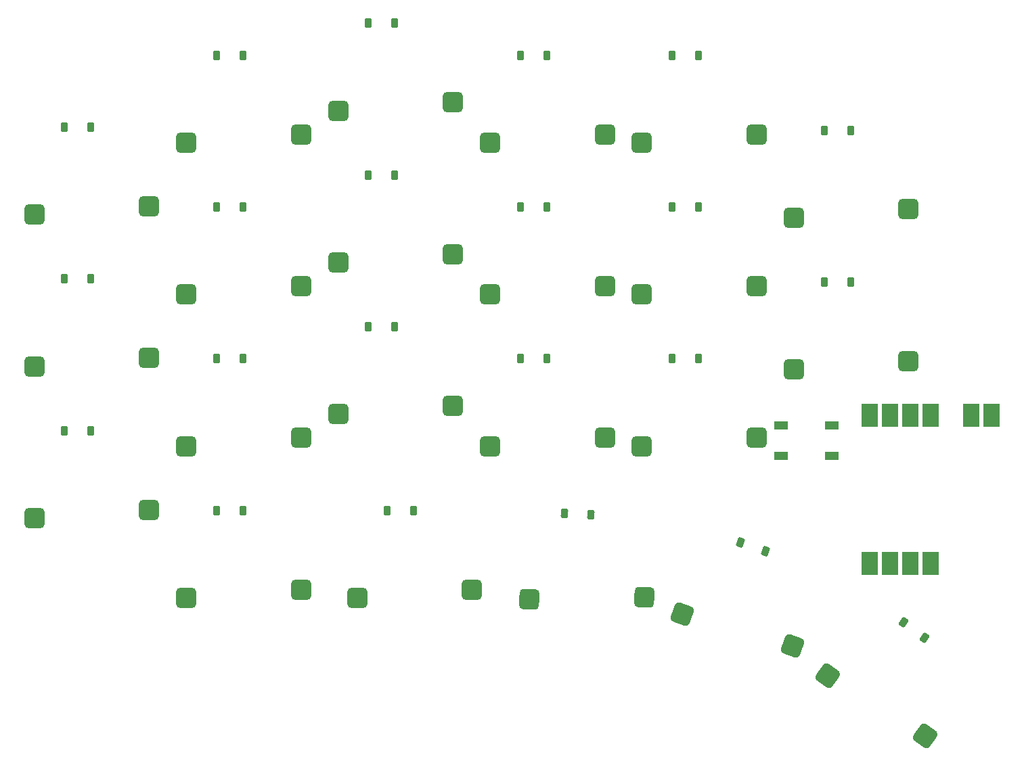
<source format=gbr>
%TF.GenerationSoftware,KiCad,Pcbnew,7.0.2-0*%
%TF.CreationDate,2024-03-15T00:53:17+01:00*%
%TF.ProjectId,defiant,64656669-616e-4742-9e6b-696361645f70,v0.1*%
%TF.SameCoordinates,Original*%
%TF.FileFunction,Paste,Top*%
%TF.FilePolarity,Positive*%
%FSLAX46Y46*%
G04 Gerber Fmt 4.6, Leading zero omitted, Abs format (unit mm)*
G04 Created by KiCad (PCBNEW 7.0.2-0) date 2024-03-15 00:53:17*
%MOMM*%
%LPD*%
G01*
G04 APERTURE LIST*
G04 Aperture macros list*
%AMRoundRect*
0 Rectangle with rounded corners*
0 $1 Rounding radius*
0 $2 $3 $4 $5 $6 $7 $8 $9 X,Y pos of 4 corners*
0 Add a 4 corners polygon primitive as box body*
4,1,4,$2,$3,$4,$5,$6,$7,$8,$9,$2,$3,0*
0 Add four circle primitives for the rounded corners*
1,1,$1+$1,$2,$3*
1,1,$1+$1,$4,$5*
1,1,$1+$1,$6,$7*
1,1,$1+$1,$8,$9*
0 Add four rect primitives between the rounded corners*
20,1,$1+$1,$2,$3,$4,$5,0*
20,1,$1+$1,$4,$5,$6,$7,0*
20,1,$1+$1,$6,$7,$8,$9,0*
20,1,$1+$1,$8,$9,$2,$3,0*%
G04 Aperture macros list end*
%ADD10RoundRect,0.225000X0.225000X0.375000X-0.225000X0.375000X-0.225000X-0.375000X0.225000X-0.375000X0*%
%ADD11RoundRect,0.500000X-0.750000X-0.775000X0.750000X-0.775000X0.750000X0.775000X-0.750000X0.775000X0*%
%ADD12RoundRect,0.225000X-0.244318X-0.362710X0.205066X-0.386262X0.244318X0.362710X-0.205066X0.386262X0*%
%ADD13RoundRect,0.500000X-0.789533X-0.734686X0.708412X-0.813190X0.789533X0.734686X-0.708412X0.813190X0*%
%ADD14R,2.000000X3.000000*%
%ADD15RoundRect,0.225000X-0.225000X-0.375000X0.225000X-0.375000X0.225000X0.375000X-0.225000X0.375000X0*%
%ADD16RoundRect,0.500000X-1.062296X-0.186149X0.151229X-1.067827X1.062296X0.186149X-0.151229X1.067827X0*%
%ADD17R,1.700000X1.000000*%
%ADD18RoundRect,0.500000X-0.969835X-0.471747X0.439704X-0.984777X0.969835X0.471747X-0.439704X0.984777X0*%
%ADD19RoundRect,0.225000X-0.402448X-0.171130X-0.038391X-0.435633X0.402448X0.171130X0.038391X0.435633X0*%
%ADD20RoundRect,0.225000X-0.339688X-0.275430X0.083173X-0.429339X0.339688X0.275430X-0.083173X0.429339X0*%
%ADD21RoundRect,0.500000X0.750000X0.775000X-0.750000X0.775000X-0.750000X-0.775000X0.750000X-0.775000X0*%
G04 APERTURE END LIST*
D10*
%TO.C,D3*%
X89976779Y-104557218D03*
X86676779Y-104557218D03*
%TD*%
%TO.C,D13*%
X146976780Y-57557217D03*
X143676780Y-57557217D03*
%TD*%
D11*
%TO.C,T0*%
X101901779Y-125507219D03*
X116251779Y-124457219D03*
%TD*%
D12*
%TO.C,D12*%
X149204474Y-114933739D03*
X152499952Y-115106447D03*
%TD*%
D13*
%TO.C,T2*%
X144834882Y-125683806D03*
X159220168Y-125386266D03*
%TD*%
D10*
%TO.C,D14*%
X146976777Y-76557217D03*
X143676777Y-76557217D03*
%TD*%
%TO.C,D11*%
X127976780Y-91557217D03*
X124676780Y-91557217D03*
%TD*%
D14*
%TO.C,U1*%
X202640412Y-102655093D03*
X200100412Y-102655093D03*
X195020412Y-102655093D03*
X192480412Y-102655093D03*
X189940412Y-102655093D03*
X187400412Y-102655093D03*
X187400412Y-121155093D03*
X189940412Y-121155093D03*
X192480412Y-121155093D03*
X195020412Y-121155093D03*
%TD*%
D10*
%TO.C,D7*%
X108976779Y-95557217D03*
X105676779Y-95557217D03*
%TD*%
%TO.C,D5*%
X108976778Y-57557217D03*
X105676778Y-57557217D03*
%TD*%
%TO.C,D10*%
X127976779Y-72557218D03*
X124676779Y-72557218D03*
%TD*%
%TO.C,D15*%
X146976778Y-95557217D03*
X143676778Y-95557217D03*
%TD*%
%TO.C,D17*%
X165976779Y-57557218D03*
X162676779Y-57557218D03*
%TD*%
D11*
%TO.C,C5R2*%
X177901784Y-77890093D03*
X192251784Y-76840093D03*
%TD*%
D15*
%TO.C,D8*%
X127051777Y-114557218D03*
X130351777Y-114557218D03*
%TD*%
D16*
%TO.C,T4*%
X182121226Y-135223160D03*
X194347795Y-142808411D03*
%TD*%
D11*
%TO.C,T1*%
X123276779Y-125507218D03*
X137626779Y-124457218D03*
%TD*%
D15*
%TO.C,D4*%
X105676779Y-114557217D03*
X108976779Y-114557217D03*
%TD*%
D10*
%TO.C,D9*%
X127976778Y-53557219D03*
X124676778Y-53557219D03*
%TD*%
D17*
%TO.C,SW1*%
X176347963Y-103916770D03*
X182647963Y-103916770D03*
X176347963Y-107716770D03*
X182647963Y-107716770D03*
%TD*%
D10*
%TO.C,D2*%
X89976778Y-85557218D03*
X86676778Y-85557218D03*
%TD*%
D15*
%TO.C,D22*%
X181711783Y-66970092D03*
X185011783Y-66970092D03*
%TD*%
D18*
%TO.C,T3*%
X163941606Y-127560517D03*
X177785316Y-131481829D03*
%TD*%
D19*
%TO.C,D20*%
X191612153Y-128578351D03*
X194281909Y-130518043D03*
%TD*%
D10*
%TO.C,D19*%
X165976779Y-95557217D03*
X162676779Y-95557217D03*
%TD*%
%TO.C,D6*%
X108976779Y-76557217D03*
X105676779Y-76557217D03*
%TD*%
D11*
%TO.C,C5R3*%
X177901785Y-96890094D03*
X192251785Y-95840094D03*
%TD*%
D15*
%TO.C,D23*%
X181754284Y-85970093D03*
X185054284Y-85970093D03*
%TD*%
D10*
%TO.C,D18*%
X165976779Y-76557216D03*
X162676779Y-76557216D03*
%TD*%
D20*
%TO.C,D16*%
X171254336Y-118552193D03*
X174355322Y-119680859D03*
%TD*%
D10*
%TO.C,D1*%
X89976777Y-66557217D03*
X86676777Y-66557217D03*
%TD*%
D21*
%TO.C,C3R1*%
X154251778Y-67457218D03*
X139901778Y-68507218D03*
%TD*%
%TO.C,C3R3*%
X154251778Y-105457216D03*
X139901778Y-106507216D03*
%TD*%
%TO.C,C2R3*%
X135251777Y-101457217D03*
X120901777Y-102507217D03*
%TD*%
%TO.C,C3R2*%
X154251778Y-86457218D03*
X139901778Y-87507218D03*
%TD*%
%TO.C,C0R2*%
X97251779Y-95457216D03*
X82901779Y-96507216D03*
%TD*%
%TO.C,C0R1*%
X97251778Y-76457218D03*
X82901778Y-77507218D03*
%TD*%
%TO.C,C0R3*%
X97251778Y-114457217D03*
X82901778Y-115507217D03*
%TD*%
%TO.C,C4R2*%
X173251779Y-86457218D03*
X158901779Y-87507218D03*
%TD*%
%TO.C,C1R3*%
X116251778Y-105457217D03*
X101901778Y-106507217D03*
%TD*%
%TO.C,C2R2*%
X135251777Y-82457217D03*
X120901777Y-83507217D03*
%TD*%
%TO.C,C2R1*%
X135251779Y-63457217D03*
X120901779Y-64507217D03*
%TD*%
%TO.C,C1R2*%
X116251779Y-86457218D03*
X101901779Y-87507218D03*
%TD*%
%TO.C,C4R3*%
X173251778Y-105457217D03*
X158901778Y-106507217D03*
%TD*%
%TO.C,C1R1*%
X116251779Y-67457217D03*
X101901779Y-68507217D03*
%TD*%
%TO.C,C4R1*%
X173251778Y-67457217D03*
X158901778Y-68507217D03*
%TD*%
M02*

</source>
